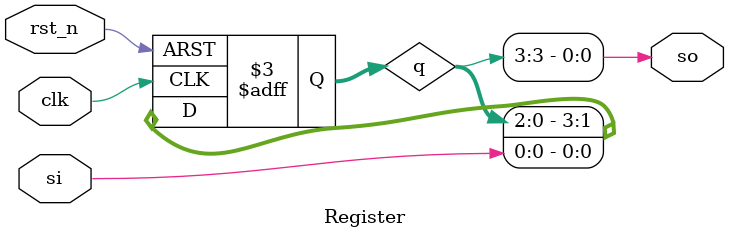
<source format=sv>
`timescale 1ns / 1ps


module Register(
    input logic clk,
    input logic rst_n,
    input logic si,
    output logic so
);

    logic [3:0] q;
    
    always_ff @(posedge clk or negedge rst_n) begin 
        if(!rst_n)
            q <= 4'b0000;        
        else
            q <= {q[2:0], si};  
    end
        
    assign so = q[3];
    
endmodule


</source>
